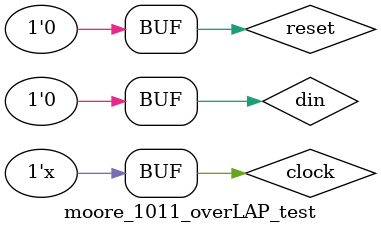
<source format=sv>
module moore_1011_overLAP_test;
 reg din, reset, clock;
 wire dout;
 moore_1011_overLAP m1(dout,din,clock,reset);
 always #10 clock=!clock;
 initial begin
 $dumpfile("dump.vcd"); $dumpvars;
 clock=0;
 reset=1;
 din=1;
 #20 reset=0;din=0;
 #20 din=1;
 #20 din=0;
 #20 din=1;
 #20 din=1;
 #20 din=0;
 #20 din=1;
 #20 din=0;
 #20 din=1;
 #20 din=1;
 #20 din=0;
 #20 din=1;
 #20 din=1;
 #20 din=0;
 #20 din=1;
 #20 din=0;
 end
endmodule
</source>
